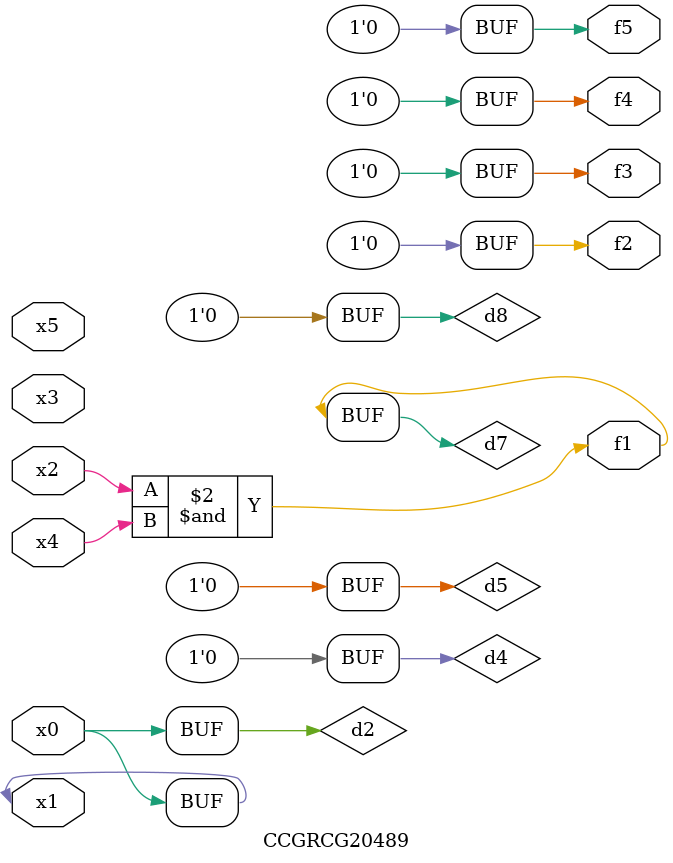
<source format=v>
module CCGRCG20489(
	input x0, x1, x2, x3, x4, x5,
	output f1, f2, f3, f4, f5
);

	wire d1, d2, d3, d4, d5, d6, d7, d8, d9;

	nand (d1, x1);
	buf (d2, x0, x1);
	nand (d3, x2, x4);
	and (d4, d1, d2);
	and (d5, d1, d2);
	nand (d6, d1, d3);
	not (d7, d3);
	xor (d8, d5);
	nor (d9, d5, d6);
	assign f1 = d7;
	assign f2 = d8;
	assign f3 = d8;
	assign f4 = d8;
	assign f5 = d8;
endmodule

</source>
